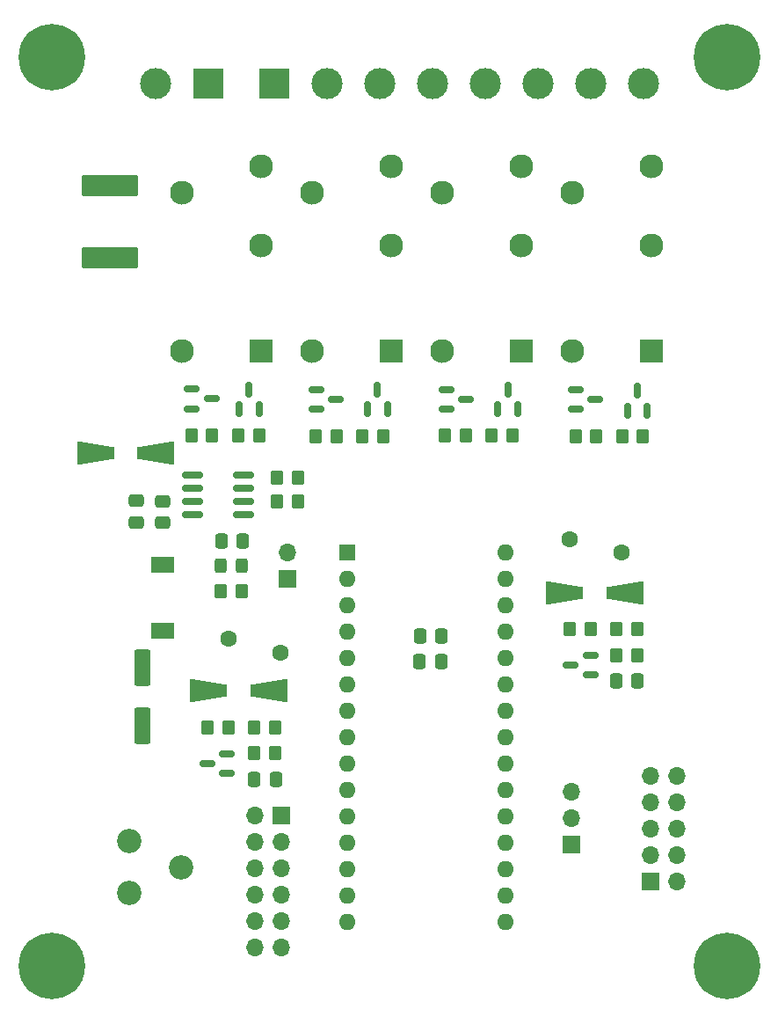
<source format=gbr>
%TF.GenerationSoftware,KiCad,Pcbnew,8.0.2-1*%
%TF.CreationDate,2024-05-28T09:05:20+02:00*%
%TF.ProjectId,Antenna Rotator,416e7465-6e6e-4612-9052-6f7461746f72,rev?*%
%TF.SameCoordinates,Original*%
%TF.FileFunction,Soldermask,Top*%
%TF.FilePolarity,Negative*%
%FSLAX46Y46*%
G04 Gerber Fmt 4.6, Leading zero omitted, Abs format (unit mm)*
G04 Created by KiCad (PCBNEW 8.0.2-1) date 2024-05-28 09:05:20*
%MOMM*%
%LPD*%
G01*
G04 APERTURE LIST*
G04 Aperture macros list*
%AMRoundRect*
0 Rectangle with rounded corners*
0 $1 Rounding radius*
0 $2 $3 $4 $5 $6 $7 $8 $9 X,Y pos of 4 corners*
0 Add a 4 corners polygon primitive as box body*
4,1,4,$2,$3,$4,$5,$6,$7,$8,$9,$2,$3,0*
0 Add four circle primitives for the rounded corners*
1,1,$1+$1,$2,$3*
1,1,$1+$1,$4,$5*
1,1,$1+$1,$6,$7*
1,1,$1+$1,$8,$9*
0 Add four rect primitives between the rounded corners*
20,1,$1+$1,$2,$3,$4,$5,0*
20,1,$1+$1,$4,$5,$6,$7,0*
20,1,$1+$1,$6,$7,$8,$9,0*
20,1,$1+$1,$8,$9,$2,$3,0*%
%AMOutline4P*
0 Free polygon, 4 corners , with rotation*
0 The origin of the aperture is its center*
0 number of corners: always 4*
0 $1 to $8 corner X, Y*
0 $9 Rotation angle, in degrees counterclockwise*
0 create outline with 4 corners*
4,1,4,$1,$2,$3,$4,$5,$6,$7,$8,$1,$2,$9*%
G04 Aperture macros list end*
%ADD10R,1.700000X1.700000*%
%ADD11O,1.700000X1.700000*%
%ADD12RoundRect,0.150000X-0.587500X-0.150000X0.587500X-0.150000X0.587500X0.150000X-0.587500X0.150000X0*%
%ADD13R,2.200000X1.500000*%
%ADD14RoundRect,0.150000X0.825000X0.150000X-0.825000X0.150000X-0.825000X-0.150000X0.825000X-0.150000X0*%
%ADD15RoundRect,0.250000X0.475000X-0.337500X0.475000X0.337500X-0.475000X0.337500X-0.475000X-0.337500X0*%
%ADD16RoundRect,0.250000X0.350000X0.450000X-0.350000X0.450000X-0.350000X-0.450000X0.350000X-0.450000X0*%
%ADD17RoundRect,0.250000X-0.550000X1.500000X-0.550000X-1.500000X0.550000X-1.500000X0.550000X1.500000X0*%
%ADD18R,2.300000X2.300000*%
%ADD19C,2.300000*%
%ADD20RoundRect,0.250000X-0.350000X-0.450000X0.350000X-0.450000X0.350000X0.450000X-0.350000X0.450000X0*%
%ADD21C,6.400000*%
%ADD22RoundRect,0.250000X0.337500X0.475000X-0.337500X0.475000X-0.337500X-0.475000X0.337500X-0.475000X0*%
%ADD23RoundRect,0.250001X-2.474999X0.799999X-2.474999X-0.799999X2.474999X-0.799999X2.474999X0.799999X0*%
%ADD24Outline4P,-1.800000X-1.150000X1.800000X-0.550000X1.800000X0.550000X-1.800000X1.150000X0.000000*%
%ADD25Outline4P,-1.800000X-1.150000X1.800000X-0.550000X1.800000X0.550000X-1.800000X1.150000X180.000000*%
%ADD26RoundRect,0.150000X0.587500X0.150000X-0.587500X0.150000X-0.587500X-0.150000X0.587500X-0.150000X0*%
%ADD27RoundRect,0.250000X-0.337500X-0.475000X0.337500X-0.475000X0.337500X0.475000X-0.337500X0.475000X0*%
%ADD28RoundRect,0.250000X-0.325000X-0.450000X0.325000X-0.450000X0.325000X0.450000X-0.325000X0.450000X0*%
%ADD29C,1.600000*%
%ADD30RoundRect,0.150000X0.150000X-0.587500X0.150000X0.587500X-0.150000X0.587500X-0.150000X-0.587500X0*%
%ADD31R,3.000000X3.000000*%
%ADD32C,3.000000*%
%ADD33C,2.340000*%
%ADD34R,1.600000X1.600000*%
%ADD35O,1.600000X1.600000*%
G04 APERTURE END LIST*
D10*
%TO.C,J4*%
X172720000Y-87700000D03*
D11*
X172720000Y-85160000D03*
%TD*%
D12*
%TO.C,D8*%
X175500000Y-69500000D03*
X175500000Y-71400000D03*
X177375000Y-70450000D03*
%TD*%
D13*
%TO.C,L1*%
X160655000Y-86335000D03*
X160655000Y-92735000D03*
%TD*%
D14*
%TO.C,U1*%
X168475000Y-81505000D03*
X168475000Y-80235000D03*
X168475000Y-78965000D03*
X168475000Y-77695000D03*
X163525000Y-77695000D03*
X163525000Y-78965000D03*
X163525000Y-80235000D03*
X163525000Y-81505000D03*
%TD*%
D15*
%TO.C,C1*%
X160655000Y-82317500D03*
X160655000Y-80242500D03*
%TD*%
D16*
%TO.C,R17*%
X202437500Y-74000000D03*
X200437500Y-74000000D03*
%TD*%
D17*
%TO.C,C4*%
X158750000Y-96260000D03*
X158750000Y-101860000D03*
%TD*%
D16*
%TO.C,R14*%
X165450000Y-73875000D03*
X163450000Y-73875000D03*
%TD*%
%TO.C,R7*%
X206375000Y-92550000D03*
X204375000Y-92550000D03*
%TD*%
D10*
%TO.C,J5*%
X207645000Y-116840000D03*
D11*
X210185000Y-116840000D03*
X207645000Y-114300000D03*
X210185000Y-114300000D03*
X207645000Y-111760000D03*
X210185000Y-111760000D03*
X207645000Y-109220000D03*
X210185000Y-109220000D03*
X207645000Y-106680000D03*
X210185000Y-106680000D03*
%TD*%
D16*
%TO.C,R10*%
X169950000Y-73875000D03*
X167950000Y-73875000D03*
%TD*%
D18*
%TO.C,K4*%
X207770000Y-65740000D03*
D19*
X207770000Y-55580000D03*
X207770000Y-47960000D03*
X200150000Y-50500000D03*
X200150000Y-65740000D03*
%TD*%
D20*
%TO.C,R4*%
X165000000Y-102000000D03*
X167000000Y-102000000D03*
%TD*%
D16*
%TO.C,R8*%
X171500000Y-104500000D03*
X169500000Y-104500000D03*
%TD*%
%TO.C,R15*%
X177437500Y-74000000D03*
X175437500Y-74000000D03*
%TD*%
D12*
%TO.C,D7*%
X163512500Y-69425000D03*
X163512500Y-71325000D03*
X165387500Y-70375000D03*
%TD*%
D21*
%TO.C,H2*%
X215000000Y-37500000D03*
%TD*%
D18*
%TO.C,K1*%
X170120000Y-65740000D03*
D19*
X170120000Y-55580000D03*
X170120000Y-47960000D03*
X162500000Y-50500000D03*
X162500000Y-65740000D03*
%TD*%
D22*
%TO.C,C8*%
X206412500Y-97550000D03*
X204337500Y-97550000D03*
%TD*%
D16*
%TO.C,R1*%
X173720000Y-80264000D03*
X171720000Y-80264000D03*
%TD*%
D23*
%TO.C,F1*%
X155575000Y-49865000D03*
X155575000Y-56815000D03*
%TD*%
D24*
%TO.C,D1*%
X154220000Y-75565000D03*
D25*
X160020000Y-75565000D03*
%TD*%
D22*
%TO.C,C6*%
X187537500Y-93200000D03*
X185462500Y-93200000D03*
%TD*%
D26*
%TO.C,D6*%
X201875000Y-96950000D03*
X201875000Y-95050000D03*
X200000000Y-96000000D03*
%TD*%
D27*
%TO.C,C5*%
X185425000Y-95700000D03*
X187500000Y-95700000D03*
%TD*%
D28*
%TO.C,D2*%
X166234000Y-86400000D03*
X168284000Y-86400000D03*
%TD*%
D21*
%TO.C,H3*%
X150000000Y-125000000D03*
%TD*%
D16*
%TO.C,R12*%
X194375000Y-73900000D03*
X192375000Y-73900000D03*
%TD*%
D29*
%TO.C,RV2*%
X172000000Y-94800000D03*
X167000000Y-93500000D03*
%TD*%
D22*
%TO.C,C3*%
X168423500Y-84100000D03*
X166348500Y-84100000D03*
%TD*%
D25*
%TO.C,D3*%
X170900000Y-98500000D03*
D24*
X165100000Y-98500000D03*
%TD*%
D16*
%TO.C,R13*%
X206937500Y-74000000D03*
X204937500Y-74000000D03*
%TD*%
D30*
%TO.C,Q4*%
X205437500Y-71500000D03*
X207337500Y-71500000D03*
X206387500Y-69625000D03*
%TD*%
D10*
%TO.C,J3*%
X200025000Y-113240000D03*
D11*
X200025000Y-110700000D03*
X200025000Y-108160000D03*
%TD*%
D18*
%TO.C,K3*%
X195220000Y-65740000D03*
D19*
X195220000Y-55580000D03*
X195220000Y-47960000D03*
X187600000Y-50500000D03*
X187600000Y-65740000D03*
%TD*%
D31*
%TO.C,J1*%
X165100000Y-40000000D03*
D32*
X160020000Y-40000000D03*
%TD*%
D20*
%TO.C,R2*%
X171720000Y-78000000D03*
X173720000Y-78000000D03*
%TD*%
D16*
%TO.C,R9*%
X206375000Y-95050000D03*
X204375000Y-95050000D03*
%TD*%
D21*
%TO.C,H4*%
X215000000Y-125000000D03*
%TD*%
D15*
%TO.C,C2*%
X158155000Y-82280000D03*
X158155000Y-80205000D03*
%TD*%
D25*
%TO.C,D4*%
X205175000Y-89050000D03*
D24*
X199375000Y-89050000D03*
%TD*%
D30*
%TO.C,Q1*%
X168050000Y-71375000D03*
X169950000Y-71375000D03*
X169000000Y-69500000D03*
%TD*%
D31*
%TO.C,J2*%
X171440000Y-40000000D03*
D32*
X176520000Y-40000000D03*
X181600000Y-40000000D03*
X186680000Y-40000000D03*
X191760000Y-40000000D03*
X196840000Y-40000000D03*
X201920000Y-40000000D03*
X207000000Y-40000000D03*
%TD*%
D16*
%TO.C,R6*%
X171500000Y-102000000D03*
X169500000Y-102000000D03*
%TD*%
D26*
%TO.C,D5*%
X166875000Y-106450000D03*
X166875000Y-104550000D03*
X165000000Y-105500000D03*
%TD*%
D30*
%TO.C,Q3*%
X192975000Y-71400000D03*
X194875000Y-71400000D03*
X193925000Y-69525000D03*
%TD*%
D20*
%TO.C,R5*%
X199875000Y-92550000D03*
X201875000Y-92550000D03*
%TD*%
D16*
%TO.C,R11*%
X181937500Y-74000000D03*
X179937500Y-74000000D03*
%TD*%
D12*
%TO.C,D10*%
X200500000Y-69500000D03*
X200500000Y-71400000D03*
X202375000Y-70450000D03*
%TD*%
D16*
%TO.C,R3*%
X168275000Y-88900000D03*
X166275000Y-88900000D03*
%TD*%
D21*
%TO.C,H1*%
X150000000Y-37500000D03*
%TD*%
D33*
%TO.C,RV1*%
X157480000Y-117975000D03*
X162480000Y-115475000D03*
X157480000Y-112975000D03*
%TD*%
D34*
%TO.C,A1*%
X178500000Y-85200000D03*
D35*
X178500000Y-87740000D03*
X178500000Y-90280000D03*
X178500000Y-92820000D03*
X178500000Y-95360000D03*
X178500000Y-97900000D03*
X178500000Y-100440000D03*
X178500000Y-102980000D03*
X178500000Y-105520000D03*
X178500000Y-108060000D03*
X178500000Y-110600000D03*
X178500000Y-113140000D03*
X178500000Y-115680000D03*
X178500000Y-118220000D03*
X178500000Y-120760000D03*
X193740000Y-120760000D03*
X193740000Y-118220000D03*
X193740000Y-115680000D03*
X193740000Y-113140000D03*
X193740000Y-110600000D03*
X193740000Y-108060000D03*
X193740000Y-105520000D03*
X193740000Y-102980000D03*
X193740000Y-100440000D03*
X193740000Y-97900000D03*
X193740000Y-95360000D03*
X193740000Y-92820000D03*
X193740000Y-90280000D03*
X193740000Y-87740000D03*
X193740000Y-85200000D03*
%TD*%
D12*
%TO.C,D9*%
X188000000Y-69500000D03*
X188000000Y-71400000D03*
X189875000Y-70450000D03*
%TD*%
D18*
%TO.C,K2*%
X182670000Y-65740000D03*
D19*
X182670000Y-55580000D03*
X182670000Y-47960000D03*
X175050000Y-50500000D03*
X175050000Y-65740000D03*
%TD*%
D22*
%TO.C,C7*%
X171575000Y-107000000D03*
X169500000Y-107000000D03*
%TD*%
D29*
%TO.C,RV3*%
X204875000Y-85200000D03*
X199875000Y-83900000D03*
%TD*%
D16*
%TO.C,R16*%
X189875000Y-73900000D03*
X187875000Y-73900000D03*
%TD*%
D10*
%TO.C,J7*%
X172085000Y-110490000D03*
D11*
X169545000Y-110490000D03*
X172085000Y-113030000D03*
X169545000Y-113030000D03*
X172085000Y-115570000D03*
X169545000Y-115570000D03*
X172085000Y-118110000D03*
X169545000Y-118110000D03*
X172085000Y-120650000D03*
X169545000Y-120650000D03*
X172085000Y-123190000D03*
X169545000Y-123190000D03*
%TD*%
D30*
%TO.C,Q2*%
X180425000Y-71387500D03*
X182325000Y-71387500D03*
X181375000Y-69512500D03*
%TD*%
M02*

</source>
